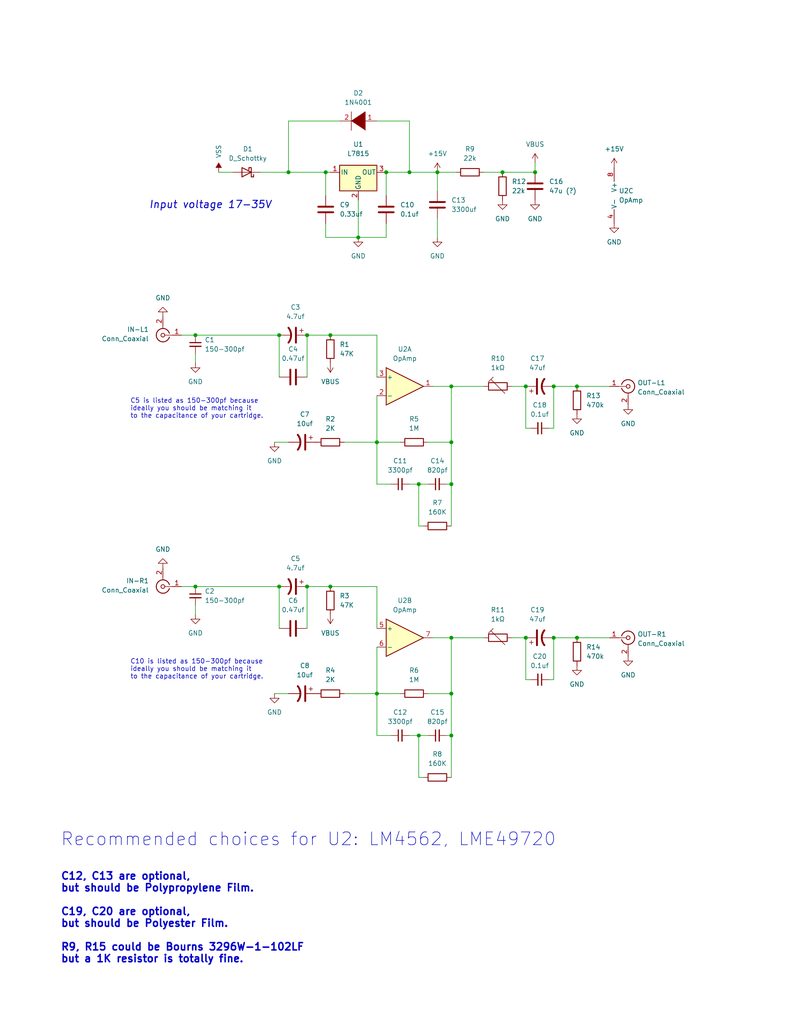
<source format=kicad_sch>
(kicad_sch (version 20211123) (generator eeschema)
  (paper "USLetter" portrait)
  (title_block (title "Open source phono preamplifier") (date "2023-02-14") (rev "First") (company "nitrogen730"))
  (lib_symbols
    (symbol "Amplifier_Operational:LM4562" (pin_names (offset 0.127))
      (property "Reference" "U" (at 0 5.08 0))
      (property "Value" "LM4562" (at 0 -5.08 0))
      (symbol "LM4562_1_1"
        (polyline (pts (xy -5.08 5.08) (xy 5.08 0) (xy -5.08 -5.08) (xy -5.08 5.08)) (stroke (width 0.254)) (fill (type background)))
        (pin output line (at 7.62 0 180) (length 2.54) (name "~") (number "1"))
        (pin input line (at -7.62 -2.54 0) (length 2.54) (name "-") (number "2"))
        (pin input line (at -7.62 2.54 0) (length 2.54) (name "+") (number "3"))
      )
      (symbol "LM4562_2_1"
        (polyline (pts (xy -5.08 5.08) (xy 5.08 0) (xy -5.08 -5.08) (xy -5.08 5.08)) (stroke (width 0.254)) (fill (type background)))
        (pin input line (at -7.62 2.54 0) (length 2.54) (name "+") (number "5"))
        (pin input line (at -7.62 -2.54 0) (length 2.54) (name "-") (number "6"))
        (pin output line (at 7.62 0 180) (length 2.54) (name "~") (number "7"))
      )
      (symbol "LM4562_3_1"
        (pin power_in line (at -2.54 -7.62 90) (length 3.81) (name "V-") (number "4"))
        (pin power_in line (at -2.54 7.62 270) (length 3.81) (name "V+") (number "8"))
      )
    )
    (symbol "Connector:Conn_Coaxial" (pin_names (offset 1.016) hide)
      (property "Reference" "J" (at 0.254 3.048 0))
      (property "Value" "Conn_Coaxial" (at 2.921 0 90))
      (symbol "Conn_Coaxial_0_1"
        (arc (start -1.778 -0.508) (mid 0.222 -1.808) (end 1.778 0) (stroke (width 0.254)))
        (polyline (pts (xy -2.54 0) (xy -0.508 0)))
        (polyline (pts (xy 0 -2.54) (xy 0 -1.778)))
        (circle (center 0 0) (radius 0.508) (stroke (width 0.2032)))
        (arc (start 1.778 0) (mid 0.222 1.8083) (end -1.778 0.508) (stroke (width 0.254)))
      )
      (symbol "Conn_Coaxial_1_1"
        (pin passive line (at -5.08 0 0) (length 2.54) (name "In") (number "1"))
        (pin passive line (at 0 -5.08 90) (length 2.54) (name "Ext") (number "2"))
      )
    )
    (symbol "Device:C" (pin_numbers hide) (pin_names (offset 0.254))
      (property "Reference" "C" (at 0.635 2.54 0))
      (property "Value" "C" (at 0.635 -2.54 0))
      (symbol "C_0_1"
        (polyline (pts (xy -2.032 -0.762) (xy 2.032 -0.762)) (stroke (width 0.508)))
        (polyline (pts (xy -2.032 0.762) (xy 2.032 0.762)) (stroke (width 0.508)))
      )
      (symbol "C_1_1"
        (pin passive line (at 0 3.81 270) (length 2.794) (name "~") (number "1"))
        (pin passive line (at 0 -3.81 90) (length 2.794) (name "~") (number "2"))
      )
    )
    (symbol "Device:C_Polarized_US" (pin_numbers hide) (pin_names (offset 0.254) hide)
      (property "Reference" "C" (at 0.635 2.54 0))
      (property "Value" "C_Polarized_US" (at 0.635 -2.54 0))
      (symbol "C_Polarized_US_0_1"
        (polyline (pts (xy -2.032 0.762) (xy 2.032 0.762)) (stroke (width 0.508)))
        (polyline (pts (xy -1.778 2.286) (xy -0.762 2.286)))
        (polyline (pts (xy -1.27 1.778) (xy -1.27 2.794)))
        (arc (start 2.032 -1.27) (mid 0 -0.5572) (end -2.032 -1.27) (stroke (width 0.508)))
      )
      (symbol "C_Polarized_US_1_1"
        (pin passive line (at 0 3.81 270) (length 2.794) (name "~") (number "1"))
        (pin passive line (at 0 -3.81 90) (length 3.302) (name "~") (number "2"))
      )
    )
    (symbol "Device:C_Small" (pin_numbers hide) (pin_names (offset 0.254) hide)
      (property "Reference" "C" (at 0.254 1.778 0))
      (property "Value" "C_Small" (at 0.254 -2.032 0))
      (symbol "C_Small_0_1"
        (polyline (pts (xy -1.524 -0.508) (xy 1.524 -0.508)) (stroke (width 0.3302)))
        (polyline (pts (xy -1.524 0.508) (xy 1.524 0.508)) (stroke (width 0.3048)))
      )
      (symbol "C_Small_1_1"
        (pin passive line (at 0 2.54 270) (length 2.032) (name "~") (number "1"))
        (pin passive line (at 0 -2.54 90) (length 2.032) (name "~") (number "2"))
      )
    )
    (symbol "Device:D_Schottky" (pin_numbers hide) (pin_names (offset 1.016) hide)
      (property "Reference" "D" (at 0 2.54 0))
      (property "Value" "D_Schottky" (at 0 -2.54 0))
      (symbol "D_Schottky_0_1"
        (polyline (pts (xy 1.27 0) (xy -1.27 0)))
        (polyline (pts (xy 1.27 1.27) (xy 1.27 -1.27) (xy -1.27 0) (xy 1.27 1.27)) (stroke (width 0.254)))
        (polyline (pts (xy -1.905 0.635) (xy -1.905 1.27) (xy -1.27 1.27) (xy -1.27 -1.27) (xy -0.635 -1.27) (xy -0.635 -0.635)) (stroke (width 0.254)))
      )
      (symbol "D_Schottky_1_1"
        (pin passive line (at -3.81 0 0) (length 2.54) (name "K") (number "1"))
        (pin passive line (at 3.81 0 180) (length 2.54) (name "A") (number "2"))
      )
    )
    (symbol "Device:R" (pin_numbers hide) (pin_names (offset 0))
      (property "Reference" "R" (at 2.032 0 90))
      (property "Value" "R" (at 0 0 90))
      (symbol "R_0_1"
        (rectangle (start -1.016 -2.54) (end 1.016 2.54) (stroke (width 0.254)))
      )
      (symbol "R_1_1"
        (pin passive line (at 0 3.81 270) (length 1.27) (name "~") (number "1"))
        (pin passive line (at 0 -3.81 90) (length 1.27) (name "~") (number "2"))
      )
    )
    (symbol "Device:R_Trim" (pin_numbers hide) (pin_names (offset 0))
      (property "Reference" "R" (at 2.54 -2.54 90))
      (property "Value" "R_Trim" (at -2.54 -0.635 90))
      (symbol "R_Trim_0_1"
        (rectangle (start -1.016 -2.54) (end 1.016 2.54) (stroke (width 0.254)))
        (polyline (pts (xy -1.905 -1.905) (xy 1.905 1.905) (xy 2.54 1.27) (xy 1.27 2.54)))
      )
      (symbol "R_Trim_1_1"
        (pin passive line (at 0 3.81 270) (length 1.27) (name "~") (number "1"))
        (pin passive line (at 0 -3.81 90) (length 1.27) (name "~") (number "2"))
      )
    )
    (symbol "Regulator_Linear:L7815" (pin_names (offset 0.254))
      (property "Reference" "U" (at -3.81 3.175 0))
      (property "Value" "L7815" (at 0 3.175 0))
      (symbol "L7815_0_1"
        (rectangle (start -5.08 1.905) (end 5.08 -5.08) (stroke (width 0.254)) (fill (type background)))
      )
      (symbol "L7815_1_1"
        (pin power_in line (at -7.62 0 0) (length 2.54) (name "IN") (number "1"))
        (pin power_in line (at 0 -7.62 90) (length 2.54) (name "GND") (number "2"))
        (pin power_out line (at 7.62 0 180) (length 2.54) (name "OUT") (number "3"))
      )
    )
    (symbol "power:+15V" (power) (pin_names (offset 0))
      (property "Value" "+15V" (at 0 3.556 0))
      (symbol "+15V_0_1"
        (polyline (pts (xy -0.762 1.27) (xy 0 2.54)))
        (polyline (pts (xy 0 0) (xy 0 2.54)))
        (polyline (pts (xy 0 2.54) (xy 0.762 1.27)))
      )
      (symbol "+15V_1_1"
        (pin power_in line (at 0 0 90) (length 0) hide (name "+15V") (number "1"))
      )
    )
    (symbol "power:GND" (power) (pin_names (offset 0))
      (property "Value" "GND" (at 0 -3.81 0))
      (symbol "GND_0_1"
        (polyline (pts (xy 0 0) (xy 0 -1.27) (xy 1.27 -1.27) (xy 0 -2.54) (xy -1.27 -1.27) (xy 0 -1.27)))
      )
      (symbol "GND_1_1"
        (pin power_in line (at 0 0 270) (length 0) hide (name "GND") (number "1"))
      )
    )
    (symbol "power:VBUS" (power) (pin_names (offset 0))
      (property "Value" "VBUS" (at 0 3.81 0))
      (symbol "VBUS_0_1"
        (polyline (pts (xy -0.762 1.27) (xy 0 2.54)))
        (polyline (pts (xy 0 0) (xy 0 2.54)))
        (polyline (pts (xy 0 2.54) (xy 0.762 1.27)))
      )
      (symbol "VBUS_1_1"
        (pin power_in line (at 0 0 90) (length 0) hide (name "VBUS") (number "1"))
      )
    )
    (symbol "power:VSS" (power) (pin_names (offset 0))
      (property "Value" "VSS" (at 0 3.81 0))
      (symbol "VSS_0_1"
        (polyline (pts (xy 0 0) (xy 0 2.54)))
        (polyline (pts (xy 0.762 1.27) (xy -0.762 1.27) (xy 0 2.54) (xy 0.762 1.27)) (fill (type outline)))
      )
      (symbol "VSS_1_1"
        (pin power_in line (at 0 0 90) (length 0) hide (name "VSS") (number "1"))
      )
    )
    (symbol "pspice:DIODE" (pin_names (offset 1.016) hide)
      (property "Reference" "D" (at 0 3.81 0))
      (property "Value" "DIODE" (at 0 -4.445 0))
      (symbol "DIODE_0_1"
        (polyline (pts (xy 1.905 2.54) (xy 1.905 -2.54)))
        (polyline (pts (xy -1.905 2.54) (xy -1.905 -2.54) (xy 1.905 0)) (fill (type outline)))
      )
      (symbol "DIODE_1_1"
        (pin input line (at -5.08 0 0) (length 3.81) (name "K") (number "1"))
        (pin input line (at 5.08 0 180) (length 3.81) (name "A") (number "2"))
      )
    )
  )
  (junction (at 123.19 132.08))
  (junction (at 151.13 173.99))
  (junction (at 119.38 46.99))
  (junction (at 123.19 189.23))
  (junction (at 123.19 173.99))
  (junction (at 76.2 91.44))
  (junction (at 105.41 46.99))
  (junction (at 123.19 105.41))
  (junction (at 88.9 46.99))
  (junction (at 143.51 105.41))
  (junction (at 83.82 91.44))
  (junction (at 78.74 46.99))
  (junction (at 114.3 132.08))
  (junction (at 137.16 46.99))
  (junction (at 114.3 200.66))
  (junction (at 102.87 120.65))
  (junction (at 151.13 105.41))
  (junction (at 90.17 160.02))
  (junction (at 97.79 64.77))
  (junction (at 83.82 160.02))
  (junction (at 53.34 91.44))
  (junction (at 53.34 160.02))
  (junction (at 102.87 189.23))
  (junction (at 143.51 173.99))
  (junction (at 123.19 200.66))
  (junction (at 90.17 91.44))
  (junction (at 146.05 46.99))
  (junction (at 123.19 120.65))
  (junction (at 157.48 105.41))
  (junction (at 111.76 46.99))
  (junction (at 76.2 160.02))
  (junction (at 157.48 173.99))
  (wire (pts (xy 102.87 33.02) (xy 111.76 33.02)))
  (wire (pts (xy 121.92 132.08) (xy 123.19 132.08)))
  (wire (pts (xy 53.34 91.44) (xy 76.2 91.44)))
  (wire (pts (xy 123.19 105.41) (xy 132.08 105.41)))
  (wire (pts (xy 143.51 116.84) (xy 143.51 105.41)))
  (wire (pts (xy 143.51 185.42) (xy 143.51 173.99)))
  (wire (pts (xy 93.98 189.23) (xy 102.87 189.23)))
  (wire (pts (xy 90.17 160.02) (xy 102.87 160.02)))
  (wire (pts (xy 105.41 46.99) (xy 111.76 46.99)))
  (wire (pts (xy 123.19 200.66) (xy 123.19 212.09)))
  (wire (pts (xy 119.38 46.99) (xy 119.38 52.07)))
  (wire (pts (xy 123.19 173.99) (xy 123.19 189.23)))
  (wire (pts (xy 114.3 212.09) (xy 115.57 212.09)))
  (wire (pts (xy 83.82 91.44) (xy 83.82 102.87)))
  (wire (pts (xy 97.79 54.61) (xy 97.79 64.77)))
  (wire (pts (xy 102.87 120.65) (xy 102.87 107.95)))
  (wire (pts (xy 151.13 116.84) (xy 151.13 105.41)))
  (wire (pts (xy 59.69 46.99) (xy 63.5 46.99)))
  (wire (pts (xy 144.78 185.42) (xy 143.51 185.42)))
  (wire (pts (xy 102.87 200.66) (xy 106.68 200.66)))
  (wire (pts (xy 151.13 173.99) (xy 157.48 173.99)))
  (wire (pts (xy 76.2 91.44) (xy 76.2 102.87)))
  (wire (pts (xy 119.38 46.99) (xy 124.46 46.99)))
  (wire (pts (xy 114.3 200.66) (xy 114.3 212.09)))
  (wire (pts (xy 102.87 132.08) (xy 106.68 132.08)))
  (wire (pts (xy 93.98 120.65) (xy 102.87 120.65)))
  (wire (pts (xy 114.3 143.51) (xy 115.57 143.51)))
  (wire (pts (xy 111.76 46.99) (xy 119.38 46.99)))
  (wire (pts (xy 49.53 91.44) (xy 53.34 91.44)))
  (wire (pts (xy 102.87 120.65) (xy 109.22 120.65)))
  (wire (pts (xy 139.7 173.99) (xy 143.51 173.99)))
  (wire (pts (xy 111.76 132.08) (xy 114.3 132.08)))
  (wire (pts (xy 105.41 64.77) (xy 97.79 64.77)))
  (wire (pts (xy 90.17 91.44) (xy 102.87 91.44)))
  (wire (pts (xy 111.76 33.02) (xy 111.76 46.99)))
  (wire (pts (xy 119.38 59.69) (xy 119.38 64.77)))
  (wire (pts (xy 83.82 160.02) (xy 90.17 160.02)))
  (wire (pts (xy 78.74 33.02) (xy 92.71 33.02)))
  (wire (pts (xy 137.16 46.99) (xy 146.05 46.99)))
  (wire (pts (xy 88.9 46.99) (xy 90.17 46.99)))
  (wire (pts (xy 105.41 60.96) (xy 105.41 64.77)))
  (wire (pts (xy 78.74 33.02) (xy 78.74 46.99)))
  (wire (pts (xy 114.3 132.08) (xy 114.3 143.51)))
  (wire (pts (xy 149.86 185.42) (xy 151.13 185.42)))
  (wire (pts (xy 123.19 189.23) (xy 123.19 200.66)))
  (wire (pts (xy 157.48 105.41) (xy 166.37 105.41)))
  (wire (pts (xy 118.11 105.41) (xy 123.19 105.41)))
  (wire (pts (xy 121.92 200.66) (xy 123.19 200.66)))
  (wire (pts (xy 88.9 60.96) (xy 88.9 64.77)))
  (wire (pts (xy 78.74 46.99) (xy 88.9 46.99)))
  (wire (pts (xy 139.7 105.41) (xy 143.51 105.41)))
  (wire (pts (xy 102.87 189.23) (xy 109.22 189.23)))
  (wire (pts (xy 76.2 160.02) (xy 76.2 171.45)))
  (wire (pts (xy 132.08 46.99) (xy 137.16 46.99)))
  (wire (pts (xy 83.82 160.02) (xy 83.82 171.45)))
  (wire (pts (xy 74.93 120.65) (xy 78.74 120.65)))
  (wire (pts (xy 123.19 120.65) (xy 123.19 132.08)))
  (wire (pts (xy 149.86 116.84) (xy 151.13 116.84)))
  (wire (pts (xy 88.9 46.99) (xy 88.9 53.34)))
  (wire (pts (xy 114.3 132.08) (xy 116.84 132.08)))
  (wire (pts (xy 53.34 96.52) (xy 53.34 99.06)))
  (wire (pts (xy 116.84 120.65) (xy 123.19 120.65)))
  (wire (pts (xy 123.19 132.08) (xy 123.19 143.51)))
  (wire (pts (xy 53.34 160.02) (xy 76.2 160.02)))
  (wire (pts (xy 74.93 189.23) (xy 78.74 189.23)))
  (wire (pts (xy 71.12 46.99) (xy 78.74 46.99)))
  (wire (pts (xy 144.78 116.84) (xy 143.51 116.84)))
  (wire (pts (xy 88.9 64.77) (xy 97.79 64.77)))
  (wire (pts (xy 123.19 173.99) (xy 132.08 173.99)))
  (wire (pts (xy 105.41 46.99) (xy 105.41 53.34)))
  (wire (pts (xy 111.76 200.66) (xy 114.3 200.66)))
  (wire (pts (xy 49.53 160.02) (xy 53.34 160.02)))
  (wire (pts (xy 114.3 200.66) (xy 116.84 200.66)))
  (wire (pts (xy 53.34 165.1) (xy 53.34 167.64)))
  (wire (pts (xy 123.19 105.41) (xy 123.19 120.65)))
  (wire (pts (xy 102.87 189.23) (xy 102.87 200.66)))
  (wire (pts (xy 151.13 105.41) (xy 157.48 105.41)))
  (wire (pts (xy 102.87 160.02) (xy 102.87 171.45)))
  (wire (pts (xy 102.87 91.44) (xy 102.87 102.87)))
  (wire (pts (xy 102.87 120.65) (xy 102.87 132.08)))
  (wire (pts (xy 116.84 189.23) (xy 123.19 189.23)))
  (wire (pts (xy 118.11 173.99) (xy 123.19 173.99)))
  (wire (pts (xy 157.48 173.99) (xy 166.37 173.99)))
  (wire (pts (xy 151.13 185.42) (xy 151.13 173.99)))
  (wire (pts (xy 146.05 44.45) (xy 146.05 46.99)))
  (wire (pts (xy 83.82 91.44) (xy 90.17 91.44)))
  (wire (pts (xy 102.87 176.53) (xy 102.87 189.23)))
  (text "C12, C13 are optional,\nbut should be Polypropylene Film.\n\nC19, C20 are optional,\nbut should be Polyester Film.\n\nR9, R15 could be Bourns 3296W-1-102LF\nbut a 1K resistor is totally fine." (at 16.51 262.89 0) (effects (font (size 2 2) (thickness 0.4) bold) (justify left bottom)))
  (text "Input voltage 17-35V" (at 40.64 57.15 0) (effects (font (size 2 2) (thickness 0.254) bold italic) (justify left bottom)))
  (text "C10 is listed as 150-300pf because\nideally you should be matching it\nto the capacitance of your cartridge." (at 35.56 185.42 0) (effects (font (size 1.27 1.27)) (justify left bottom)))
  (text "C5 is listed as 150-300pf because\nideally you should be matching it\nto the capacitance of your cartridge." (at 35.56 114.3 0) (effects (font (size 1.27 1.27)) (justify left bottom)))
  (text "Recommended choices for U2: LM4562, LME49720" (at 16.51 231.14 0) (effects (font (size 3.5 3.5)) (justify left bottom)))
  (symbol (lib_id "Device:R") (at 90.17 189.23 90) (unit 1)
    (property "Reference" "R4" (at 90.17 182.88 90))
    (property "Value" "2K" (at 90.17 185.42 90))
    (property "Footprint" "Resistor_THT:R_Box_L8.4mm_W2.5mm_P5.08mm" (effects hide))
  )
  (symbol (lib_id "power:GND") (at 171.45 110.49 0) (unit 1)
    (property "Reference" "#PWR020" (effects hide))
    (property "Value" "GND" (at 171.45 115.57 0))
  )
  (symbol (lib_id "Connector:Conn_Coaxial") (at 44.45 91.44 180) (unit 1)
    (property "Reference" "IN-L1" (at 40.64 89.8767 0) (effects (justify left)))
    (property "Value" "Conn_Coaxial" (at 40.64 92.4167 0) (effects (justify left)))
    (property "Footprint" "Connector_PinSocket_2.54mm:PinSocket_1x02_P2.54mm_Vertical" (effects hide))
    (property "Datasheet" " ~" (effects hide))
  )
  (symbol (lib_id "Device:R") (at 90.17 163.83 0) (unit 1)
    (property "Reference" "R3" (at 92.71 162.5599 0) (effects (justify left)))
    (property "Value" "47K" (at 92.71 165.0999 0) (effects (justify left)))
    (property "Footprint" "Resistor_THT:R_Box_L8.4mm_W2.5mm_P5.08mm" (effects hide))
  )
  (symbol (lib_id "Device:C") (at 80.01 102.87 90) (unit 1)
    (property "Reference" "C4" (at 80.01 95.25 90))
    (property "Value" "0.47uf" (at 80.01 97.79 90))
    (property "Footprint" "Capacitor_THT:C_Disc_D9.0mm_W5.0mm_P7.50mm" (effects hide))
  )
  (symbol (lib_id "Device:C") (at 146.05 50.8 0) (unit 1)
    (property "Reference" "C16" (at 149.86 49.5299 0) (effects (justify left)))
    (property "Value" "47u (?)" (at 149.86 52.0699 0) (effects (justify left)))
    (property "Footprint" "Capacitor_THT:C_Rect_L7.2mm_W3.0mm_P5.00mm_FKS2_FKP2_MKS2_MKP2" (effects hide))
  )
  (symbol (lib_id "Device:C") (at 105.41 57.15 0) (unit 1)
    (property "Reference" "C10" (at 109.22 55.8799 0) (effects (justify left)))
    (property "Value" "0.1uf" (at 109.22 58.4199 0) (effects (justify left)))
    (property "Footprint" "Capacitor_THT:C_Disc_D9.0mm_W5.0mm_P7.50mm" (effects hide))
  )
  (symbol (lib_id "Device:R") (at 113.03 120.65 90) (unit 1)
    (property "Reference" "R5" (at 113.03 114.3 90))
    (property "Value" "1M" (at 113.03 116.84 90))
    (property "Footprint" "Resistor_THT:R_Box_L8.4mm_W2.5mm_P5.08mm" (effects hide))
  )
  (symbol (lib_id "Device:C_Small") (at 119.38 132.08 90) (unit 1)
    (property "Reference" "C14" (at 119.3863 125.73 90))
    (property "Value" "820pf" (at 119.3863 128.27 90))
    (property "Footprint" "Capacitor_THT:C_Radial_D10.0mm_H12.5mm_P5.00mm" (effects hide))
  )
  (symbol (lib_id "power:VSS") (at 59.69 46.99 0) (unit 1)
    (property "Reference" "#PWR05" (effects hide))
    (property "Value" "VSS" (at 59.6899 43.18 90) (effects (justify left)))
  )
  (symbol (lib_id "Device:C_Small") (at 109.22 132.08 90) (unit 1)
    (property "Reference" "C11" (at 109.2263 125.73 90))
    (property "Value" "3300pf" (at 109.2263 128.27 90))
    (property "Footprint" "Capacitor_THT:C_Radial_D10.0mm_H12.5mm_P5.00mm" (effects hide))
  )
  (symbol (lib_id "power:GND") (at 74.93 120.65 0) (unit 1)
    (property "Reference" "#PWR06" (effects hide))
    (property "Value" "GND" (at 74.93 125.73 0))
  )
  (symbol (lib_id "Amplifier_Operational:LM4562") (at 170.18 53.34 0) (unit 3)
    (property "Reference" "U2" (at 168.91 52.0699 0) (effects (justify left)))
    (property "Value" "OpAmp" (at 168.91 54.6099 0) (effects (justify left)))
    (property "Footprint" "Package_DIP:DIP-8_W10.16mm_LongPads" (effects hide))
    (property "Datasheet" "http://www.ti.com/lit/ds/symlink/lm4562.pdf" (effects hide))
  )
  (symbol (lib_id "Amplifier_Operational:LM4562") (at 110.49 173.99 0) (unit 2)
    (property "Reference" "U2" (at 110.49 163.83 0))
    (property "Value" "OpAmp" (at 110.49 166.37 0))
    (property "Footprint" "Package_DIP:DIP-8_W10.16mm_LongPads" (effects hide))
    (property "Datasheet" "http://www.ti.com/lit/ds/symlink/lm4562.pdf" (effects hide))
  )
  (symbol (lib_id "power:GND") (at 119.38 64.77 0) (unit 1)
    (property "Reference" "#PWR012" (effects hide))
    (property "Value" "GND" (at 119.38 69.85 0))
  )
  (symbol (lib_id "Device:C") (at 80.01 171.45 90) (unit 1)
    (property "Reference" "C6" (at 80.01 163.83 90))
    (property "Value" "0.47uf" (at 80.01 166.37 90))
    (property "Footprint" "Capacitor_THT:C_Disc_D9.0mm_W5.0mm_P7.50mm" (effects hide))
  )
  (symbol (lib_id "power:VBUS") (at 146.05 44.45 0) (unit 1)
    (property "Reference" "#PWR014" (effects hide))
    (property "Value" "VBUS" (at 146.05 39.37 0))
  )
  (symbol (lib_id "Device:R") (at 128.27 46.99 270) (unit 1)
    (property "Reference" "R9" (at 128.27 40.64 90))
    (property "Value" "22k" (at 128.27 43.18 90))
    (property "Footprint" "Resistor_THT:R_Box_L8.4mm_W2.5mm_P5.08mm" (effects hide))
  )
  (symbol (lib_id "power:GND") (at 146.05 54.61 0) (unit 1)
    (property "Reference" "#PWR015" (effects hide))
    (property "Value" "GND" (at 146.05 59.69 0))
  )
  (symbol (lib_id "power:VBUS") (at 90.17 167.64 180) (unit 1)
    (property "Reference" "#PWR09" (effects hide))
    (property "Value" "VBUS" (at 90.17 172.72 0))
  )
  (symbol (lib_id "power:+15V") (at 167.64 45.72 0) (unit 1)
    (property "Reference" "#PWR018" (effects hide))
    (property "Value" "+15V" (at 167.64 40.64 0))
  )
  (symbol (lib_id "power:GND") (at 44.45 154.94 180) (unit 1)
    (property "Reference" "#PWR02" (effects hide))
    (property "Value" "GND" (at 44.45 149.86 0))
  )
  (symbol (lib_id "Device:R") (at 119.38 212.09 90) (unit 1)
    (property "Reference" "R8" (at 119.38 205.74 90))
    (property "Value" "160K" (at 119.38 208.28 90))
    (property "Footprint" "Resistor_THT:R_Box_L8.4mm_W2.5mm_P5.08mm" (effects hide))
  )
  (symbol (lib_id "Device:C_Small") (at 53.34 93.98 0) (unit 1)
    (property "Reference" "C1" (at 55.88 92.7162 0) (effects (justify left)))
    (property "Value" "150-300pf" (at 55.88 95.25 0) (effects (justify left)))
    (property "Footprint" "Capacitor_THT:C_Disc_D9.0mm_W5.0mm_P7.50mm" (effects hide))
  )
  (symbol (lib_id "Device:R") (at 90.17 120.65 90) (unit 1)
    (property "Reference" "R2" (at 90.17 114.3 90))
    (property "Value" "2K" (at 90.17 116.84 90))
    (property "Footprint" "Resistor_THT:R_Box_L8.4mm_W2.5mm_P5.08mm" (effects hide))
  )
  (symbol (lib_id "Device:C_Polarized_US") (at 82.55 189.23 270) (unit 1)
    (property "Reference" "C8" (at 83.185 181.61 90))
    (property "Value" "10uf" (at 83.185 184.15 90))
    (property "Footprint" "Capacitor_THT:C_Radial_D10.0mm_H12.5mm_P5.00mm" (effects hide))
  )
  (symbol (lib_id "power:GND") (at 53.34 99.06 0) (unit 1)
    (property "Reference" "#PWR03" (effects hide))
    (property "Value" "GND" (at 53.34 104.14 0))
  )
  (symbol (lib_id "power:GND") (at 157.48 113.03 0) (unit 1)
    (property "Reference" "#PWR016" (effects hide))
    (property "Value" "GND" (at 157.48 118.11 0))
  )
  (symbol (lib_id "Device:C") (at 88.9 57.15 0) (unit 1)
    (property "Reference" "C9" (at 92.71 55.8799 0) (effects (justify left)))
    (property "Value" "0.33uf" (at 92.71 58.4199 0) (effects (justify left)))
    (property "Footprint" "Capacitor_THT:C_Disc_D9.0mm_W5.0mm_P7.50mm" (effects hide))
  )
  (symbol (lib_id "Device:R_Trim") (at 135.89 105.41 90) (unit 1)
    (property "Reference" "R10" (at 135.89 97.79 90))
    (property "Value" "1kΩ" (at 135.89 100.33 90))
    (property "Footprint" "Resistor_THT:R_Box_L8.4mm_W2.5mm_P5.08mm" (effects hide))
  )
  (symbol (lib_id "Device:C_Small") (at 147.32 185.42 270) (unit 1)
    (property "Reference" "C20" (at 147.3136 179.07 90))
    (property "Value" "0.1uf" (at 147.3136 181.61 90))
    (property "Footprint" "Capacitor_THT:C_Disc_D9.0mm_W5.0mm_P7.50mm" (effects hide))
  )
  (symbol (lib_id "Device:R") (at 113.03 189.23 90) (unit 1)
    (property "Reference" "R6" (at 113.03 182.88 90))
    (property "Value" "1M" (at 113.03 185.42 90))
    (property "Footprint" "Resistor_THT:R_Box_L8.4mm_W2.5mm_P5.08mm" (effects hide))
  )
  (symbol (lib_id "Device:R") (at 137.16 50.8 0) (unit 1)
    (property "Reference" "R12" (at 139.7 49.5299 0) (effects (justify left)))
    (property "Value" "22k" (at 139.7 52.0699 0) (effects (justify left)))
    (property "Footprint" "Resistor_THT:R_Box_L8.4mm_W2.5mm_P5.08mm" (effects hide))
  )
  (symbol (lib_id "Regulator_Linear:L7815") (at 97.79 46.99 0) (unit 1)
    (property "Reference" "U1" (at 97.79 39.37 0))
    (property "Value" "L7815" (at 97.79 41.91 0))
    (property "Footprint" "Package_TO_SOT_THT:TO-220-3_Horizontal_TabUp" (effects hide))
    (property "Datasheet" "http://www.st.com/content/ccc/resource/technical/document/datasheet/41/4f/b3/b0/12/d4/47/88/CD00000444.pdf/files/CD00000444.pdf/jcr:content/translations/en.CD00000444.pdf" (effects hide))
  )
  (symbol (lib_id "power:GND") (at 74.93 189.23 0) (unit 1)
    (property "Reference" "#PWR07" (effects hide))
    (property "Value" "GND" (at 74.93 194.31 0))
  )
  (symbol (lib_id "Device:C_Polarized_US") (at 147.32 173.99 90) (unit 1)
    (property "Reference" "C19" (at 146.685 166.37 90))
    (property "Value" "47uf" (at 146.685 168.91 90))
    (property "Footprint" "Capacitor_THT:C_Radial_D12.5mm_H20.0mm_P5.00mm" (effects hide))
  )
  (symbol (lib_id "Device:C_Small") (at 147.32 116.84 270) (unit 1)
    (property "Reference" "C18" (at 147.3136 110.49 90))
    (property "Value" "0.1uf" (at 147.3136 113.03 90))
    (property "Footprint" "Capacitor_THT:C_Disc_D9.0mm_W5.0mm_P7.50mm" (effects hide))
  )
  (symbol (lib_id "Device:C_Small") (at 53.34 162.56 0) (unit 1)
    (property "Reference" "C2" (at 55.88 161.2962 0) (effects (justify left)))
    (property "Value" "150-300pf" (at 55.88 163.83 0) (effects (justify left)))
    (property "Footprint" "Capacitor_THT:C_Disc_D9.0mm_W5.0mm_P7.50mm" (effects hide))
  )
  (symbol (lib_id "Device:R") (at 157.48 177.8 0) (unit 1)
    (property "Reference" "R14" (at 160.02 176.5299 0) (effects (justify left)))
    (property "Value" "470k" (at 160.02 179.0699 0) (effects (justify left)))
    (property "Footprint" "Resistor_THT:R_Box_L8.4mm_W2.5mm_P5.08mm" (effects hide))
  )
  (symbol (lib_id "Device:R") (at 119.38 143.51 90) (unit 1)
    (property "Reference" "R7" (at 119.38 137.16 90))
    (property "Value" "160K" (at 119.38 139.7 90))
    (property "Footprint" "Resistor_THT:R_Box_L8.4mm_W2.5mm_P5.08mm" (effects hide))
  )
  (symbol (lib_id "Amplifier_Operational:LM4562") (at 110.49 105.41 0) (unit 1)
    (property "Reference" "U2" (at 110.49 95.25 0))
    (property "Value" "OpAmp" (at 110.49 97.79 0))
    (property "Footprint" "Package_DIP:DIP-8_W10.16mm_LongPads" (effects hide))
    (property "Datasheet" "http://www.ti.com/lit/ds/symlink/lm4562.pdf" (effects hide))
  )
  (symbol (lib_id "Device:R") (at 90.17 95.25 0) (unit 1)
    (property "Reference" "R1" (at 92.71 93.9799 0) (effects (justify left)))
    (property "Value" "47K" (at 92.71 96.5199 0) (effects (justify left)))
    (property "Footprint" "Resistor_THT:R_Box_L8.4mm_W2.5mm_P5.08mm" (effects hide))
  )
  (symbol (lib_id "power:VBUS") (at 90.17 99.06 180) (unit 1)
    (property "Reference" "#PWR08" (effects hide))
    (property "Value" "VBUS" (at 90.17 104.14 0))
  )
  (symbol (lib_id "pspice:DIODE") (at 97.79 33.02 180) (unit 1)
    (property "Reference" "D2" (at 97.79 25.4 0))
    (property "Value" "1N4001" (at 97.79 27.94 0))
    (property "Footprint" "Diode_THT:D_DO-41_SOD81_P7.62mm_Horizontal" (effects hide))
  )
  (symbol (lib_id "power:GND") (at 97.79 64.77 0) (unit 1)
    (property "Reference" "#PWR010" (effects hide))
    (property "Value" "GND" (at 97.79 69.85 0))
  )
  (symbol (lib_id "power:GND") (at 171.45 179.07 0) (unit 1)
    (property "Reference" "#PWR021" (effects hide))
    (property "Value" "GND" (at 171.45 184.15 0))
  )
  (symbol (lib_id "Device:R_Trim") (at 135.89 173.99 90) (unit 1)
    (property "Reference" "R11" (at 135.89 166.37 90))
    (property "Value" "1kΩ" (at 135.89 168.91 90))
    (property "Footprint" "Resistor_THT:R_Box_L8.4mm_W2.5mm_P5.08mm" (effects hide))
  )
  (symbol (lib_id "Device:C_Polarized_US") (at 82.55 120.65 270) (unit 1)
    (property "Reference" "C7" (at 83.185 113.03 90))
    (property "Value" "10uf" (at 83.185 115.57 90))
    (property "Footprint" "Capacitor_THT:C_Rect_L7.2mm_W3.0mm_P5.00mm_FKS2_FKP2_MKS2_MKP2" (effects hide))
  )
  (symbol (lib_id "power:GND") (at 137.16 54.61 0) (unit 1)
    (property "Reference" "#PWR013" (effects hide))
    (property "Value" "GND" (at 137.16 59.69 0))
  )
  (symbol (lib_id "power:+15V") (at 119.38 46.99 0) (unit 1)
    (property "Reference" "#PWR011" (effects hide))
    (property "Value" "+15V" (at 119.38 41.91 0))
  )
  (symbol (lib_id "Device:C_Small") (at 119.38 200.66 90) (unit 1)
    (property "Reference" "C15" (at 119.3863 194.31 90))
    (property "Value" "820pf" (at 119.3863 196.85 90))
    (property "Footprint" "Capacitor_THT:C_Radial_D10.0mm_H12.5mm_P5.00mm" (effects hide))
  )
  (symbol (lib_id "Device:C_Polarized_US") (at 80.01 160.02 270) (unit 1)
    (property "Reference" "C5" (at 80.645 152.4 90))
    (property "Value" "4.7uf" (at 80.645 154.94 90))
    (property "Footprint" "Capacitor_THT:C_Disc_D9.0mm_W5.0mm_P7.50mm" (effects hide))
  )
  (symbol (lib_id "power:GND") (at 44.45 86.36 180) (unit 1)
    (property "Reference" "#PWR01" (effects hide))
    (property "Value" "GND" (at 44.45 81.28 0))
  )
  (symbol (lib_id "power:GND") (at 53.34 167.64 0) (unit 1)
    (property "Reference" "#PWR04" (effects hide))
    (property "Value" "GND" (at 53.34 172.72 0))
  )
  (symbol (lib_id "Device:D_Schottky") (at 67.31 46.99 180) (unit 1)
    (property "Reference" "D1" (at 67.6275 40.64 0))
    (property "Value" "D_Schottky" (at 67.6275 43.18 0))
    (property "Footprint" "Diode_THT:D_DO-201AD_P12.70mm_Horizontal" (effects hide))
  )
  (symbol (lib_id "Device:C_Polarized_US") (at 80.01 91.44 270) (unit 1)
    (property "Reference" "C3" (at 80.645 83.82 90))
    (property "Value" "4.7uf" (at 80.645 86.36 90))
    (property "Footprint" "Capacitor_THT:C_Disc_D9.0mm_W5.0mm_P7.50mm" (effects hide))
  )
  (symbol (lib_id "Device:C_Small") (at 109.22 200.66 90) (unit 1)
    (property "Reference" "C12" (at 109.2263 194.31 90))
    (property "Value" "3300pf" (at 109.2263 196.85 90))
    (property "Footprint" "Capacitor_THT:C_Radial_D10.0mm_H12.5mm_P5.00mm" (effects hide))
  )
  (symbol (lib_id "Connector:Conn_Coaxial") (at 44.45 160.02 180) (unit 1)
    (property "Reference" "IN-R1" (at 40.64 158.4567 0) (effects (justify left)))
    (property "Value" "Conn_Coaxial" (at 40.64 160.9967 0) (effects (justify left)))
    (property "Footprint" "Connector_PinSocket_2.54mm:PinSocket_1x02_P2.54mm_Vertical" (effects hide))
    (property "Datasheet" " ~" (effects hide))
  )
  (symbol (lib_id "Connector:Conn_Coaxial") (at 171.45 105.41 0) (unit 1)
    (property "Reference" "OUT-L1" (at 173.99 104.4331 0) (effects (justify left)))
    (property "Value" "Conn_Coaxial" (at 173.99 106.9731 0) (effects (justify left)))
    (property "Footprint" "Connector_PinSocket_2.54mm:PinSocket_1x02_P2.54mm_Vertical" (effects hide))
    (property "Datasheet" " ~" (effects hide))
  )
  (symbol (lib_id "Connector:Conn_Coaxial") (at 171.45 173.99 0) (unit 1)
    (property "Reference" "OUT-R1" (at 173.99 173.0131 0) (effects (justify left)))
    (property "Value" "Conn_Coaxial" (at 173.99 175.5531 0) (effects (justify left)))
    (property "Footprint" "Connector_PinSocket_2.54mm:PinSocket_1x02_P2.54mm_Vertical" (effects hide))
    (property "Datasheet" " ~" (effects hide))
  )
  (symbol (lib_id "Device:C_Polarized_US") (at 147.32 105.41 90) (unit 1)
    (property "Reference" "C17" (at 146.685 97.79 90))
    (property "Value" "47uf" (at 146.685 100.33 90))
    (property "Footprint" "Capacitor_THT:C_Radial_D12.5mm_H20.0mm_P5.00mm" (effects hide))
  )
  (symbol (lib_id "power:GND") (at 157.48 181.61 0) (unit 1)
    (property "Reference" "#PWR017" (effects hide))
    (property "Value" "GND" (at 157.48 186.69 0))
  )
  (symbol (lib_id "Device:C") (at 119.38 55.88 0) (unit 1)
    (property "Reference" "C13" (at 123.19 54.6099 0) (effects (justify left)))
    (property "Value" "3300uf" (at 123.19 57.1499 0) (effects (justify left)))
    (property "Footprint" "Capacitor_THT:C_Radial_D18.0mm_H35.5mm_P7.50mm" (effects hide))
  )
  (symbol (lib_id "Device:R") (at 157.48 109.22 0) (unit 1)
    (property "Reference" "R13" (at 160.02 107.9499 0) (effects (justify left)))
    (property "Value" "470k" (at 160.02 110.4899 0) (effects (justify left)))
    (property "Footprint" "Resistor_THT:R_Box_L8.4mm_W2.5mm_P5.08mm" (effects hide))
  )
  (symbol (lib_id "power:GND") (at 167.64 60.96 0) (unit 1)
    (property "Reference" "#PWR019" (effects hide))
    (property "Value" "GND" (at 167.64 66.04 0))
  )
)
</source>
